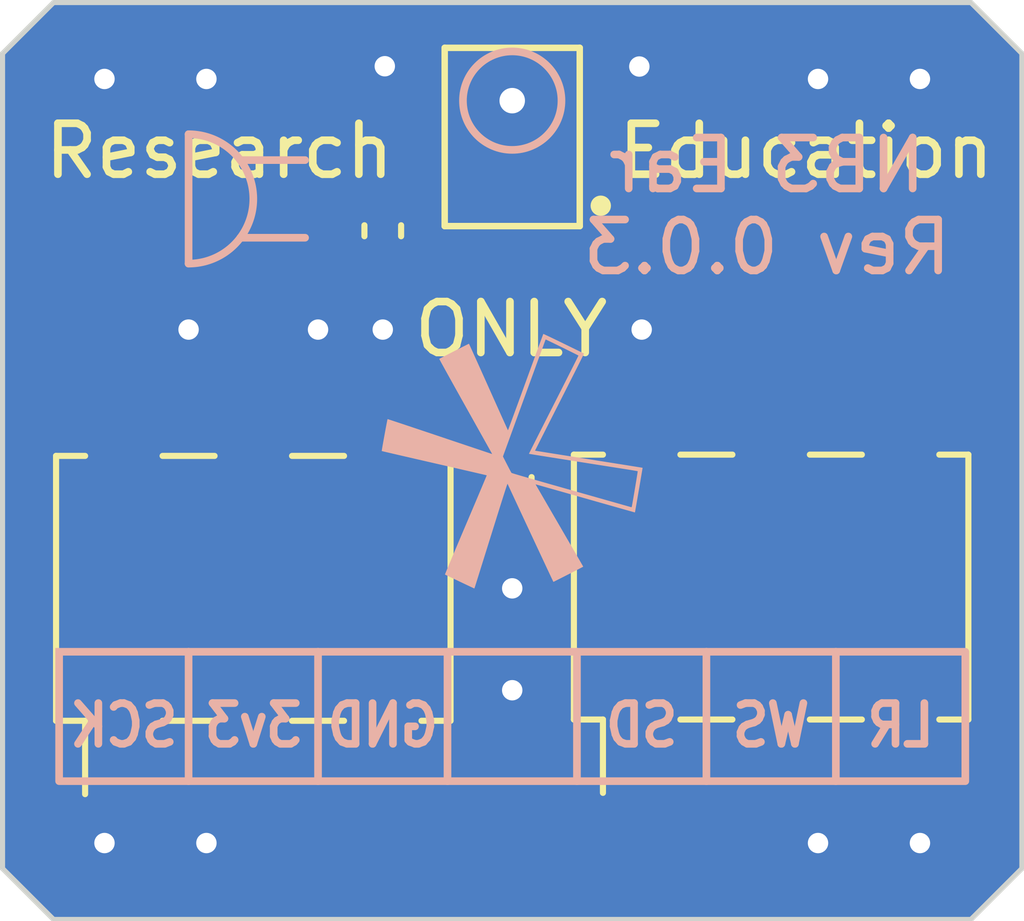
<source format=kicad_pcb>
(kicad_pcb (version 20221018) (generator pcbnew)
  (title_block (title "NB3 Ear") (date "2023-11-29") (rev "0.0.3") (company "Voight-Kampff") (comment 1 "MEMS microphone with I2S interface PCB"))
  (layers (0 "F.Cu" signal) (31 "B.Cu" signal) (34 "B.Paste" user) (35 "F.Paste" user) (36 "B.SilkS" user "B.Silkscreen") (37 "F.SilkS" user "F.Silkscreen") (38 "B.Mask" user) (39 "F.Mask" user) (44 "Edge.Cuts" user))
  (net 0 "")
  (net 1 "+3.3V")
  (net 2 "GND")
  (net 3 "/SCK")
  (net 4 "/SD")
  (net 5 "/WS")
  (net 6 "/LR")
  (footprint "NB3_ear:Mic_ICS-43434" (layer "F.Cu") (at 151.08 100.914 180)
    (fp_text reference "MK1" hide)
    (fp_text value "Mic_ICS-43434" hide)
    (fp_poly (pts (xy -0.01 -0.1) (xy -0.01 0.2) (xy -0.036168 0.200685) (xy -0.062264 0.202739) (xy -0.088217 0.206156) (xy -0.113956 0.210926) (xy -0.13941 0.217037) (xy -0.164508 0.224472) (xy -0.189184 0.23321) (xy -0.213368 0.243227) (xy -0.236995 0.254497) (xy -0.26 0.266987) (xy -0.28232 0.280665) (xy -0.303893 0.295492) (xy -0.32466 0.311427) (xy -0.344565 0.328428) (xy -0.363553 0.346447) (xy -0.381572 0.365435) (xy -0.398573 0.38534) (xy -0.414508 0.406107) (xy -0.429335 0.42768) (xy -0.443013 0.45) (xy -0.455503 0.473005) (xy -0.466773 0.496632) (xy -0.47679 0.520816) (xy -0.485528 0.545492) (xy -0.492963 0.57059) (xy -0.499074 0.596044) (xy -0.503844 0.621783) (xy -0.507261 0.647736) (xy -0.509315 0.673832) (xy -0.51 0.7) (xy -0.51 0.72) (xy -0.509301 0.746691) (xy -0.507206 0.77331) (xy -0.503721 0.799782) (xy -0.498855 0.826035) (xy -0.492622 0.851998) (xy -0.485039 0.877599) (xy -0.476126 0.902768) (xy -0.465908 0.927436) (xy -0.454413 0.951535) (xy -0.441673 0.975) (xy -0.427722 0.997766) (xy -0.412599 1.01977) (xy -0.396344 1.040953) (xy -0.379004 1.061257) (xy -0.360624 1.080624) (xy -0.341257 1.099004) (xy -0.320953 1.116344) (xy -0.29977 1.132599) (xy -0.277766 1.147722) (xy -0.255 1.161673) (xy -0.231535 1.174413) (xy -0.207436 1.185908) (xy -0.182768 1.196126) (xy -0.157599 1.205039) (xy -0.131998 1.212622) (xy -0.106035 1.218855) (xy -0.079782 1.223721) (xy -0.05331 1.227206) (xy -0.026691 1.229301) (xy 0 1.23) (xy 0.01 1.23) (xy 0.036168 1.229315) (xy 0.062264 1.227261) (xy 0.088217 1.223844) (xy 0.113956 1.219074) (xy 0.13941 1.212963) (xy 0.164508 1.205528) (xy 0.189184 1.19679) (xy 0.213368 1.186773) (xy 0.236995 1.175503) (xy 0.26 1.163013) (xy 0.28232 1.149335) (xy 0.303893 1.134508) (xy 0.32466 1.118573) (xy 0.344565 1.101572) (xy 0.363553 1.083553) (xy 0.381572 1.064565) (xy 0.398573 1.04466) (xy 0.414508 1.023893) (xy 0.429335 1.00232) (xy 0.443013 0.98) (xy 0.455503 0.956995) (xy 0.466773 0.933368) (xy 0.47679 0.909184) (xy 0.485528 0.884508) (xy 0.492963 0.85941) (xy 0.499074 0.833956) (xy 0.503844 0.808217) (xy 0.507261 0.782264) (xy 0.509315 0.756168) (xy 0.51 0.73) (xy 0.51 0.7) (xy 0.509315 0.673832) (xy 0.507261 0.647736) (xy 0.503844 0.621783) (xy 0.499074 0.596044) (xy 0.492963 0.57059) (xy 0.485528 0.545492) (xy 0.47679 0.520816) (xy 0.466773 0.496632) (xy 0.455503 0.473005) (xy 0.443013 0.45) (xy 0.429335 0.42768) (xy 0.414508 0.406107) (xy 0.398573 0.38534) (xy 0.381572 0.365435) (xy 0.363553 0.346447) (xy 0.344565 0.328428) (xy 0.32466 0.311427) (xy 0.303893 0.295492) (xy 0.28232 0.280665) (xy 0.26 0.266987) (xy 0.236995 0.254497) (xy 0.213368 0.243227) (xy 0.189184 0.23321) (xy 0.164508 0.224472) (xy 0.13941 0.217037) (xy 0.113956 0.210926) (xy 0.088217 0.206156) (xy 0.062264 0.202739) (xy 0.036168 0.200685) (xy 0.01 0.2) (xy 0.01 -0.1) (xy 0.02 -0.1) (xy 0.061345 -0.098917) (xy 0.102577 -0.095672) (xy 0.143583 -0.090274) (xy 0.18425 -0.082737) (xy 0.224467 -0.073081) (xy 0.264123 -0.061335) (xy 0.303111 -0.047529) (xy 0.341322 -0.031701) (xy 0.378652 -0.013895) (xy 0.415 0.00584) (xy 0.450265 0.02745) (xy 0.48435 0.050877) (xy 0.517163 0.076055) (xy 0.548613 0.102916) (xy 0.578614 0.131386) (xy 0.607084 0.161387) (xy 0.633945 0.192837) (xy 0.659123 0.22565) (xy 0.68255 0.259735) (xy 0.70416 0.295) (xy 0.723895 0.331348) (xy 0.741701 0.368678) (xy 0.757529 0.406889) (xy 0.771335 0.445877) (xy 0.783081 0.485533) (xy 0.792737 0.52575) (xy 0.800274 0.566417) (xy 0.805672 0.607423) (xy 0.808917 0.648655) (xy 0.81 0.69) (xy 0.81 0.72) (xy 0.80889 0.762392) (xy 0.805563 0.804668) (xy 0.800028 0.846712) (xy 0.7923 0.888408) (xy 0.7824 0.929643) (xy 0.770356 0.970304) (xy 0.7562 1.010278) (xy 0.739972 1.049457) (xy 0.721715 1.087732) (xy 0.701481 1.125) (xy 0.679323 1.161158) (xy 0.655304 1.196106) (xy 0.629488 1.22975) (xy 0.601947 1.261996) (xy 0.572756 1.292756) (xy 0.541996 1.321947) (xy 0.50975 1.349488) (xy 0.476106 1.375304) (xy 0.441158 1.399323) (xy 0.405 1.421481) (xy 0.367732 1.441715) (xy 0.329457 1.459972) (xy 0.290278 1.4762) (xy 0.250304 1.490356) (xy 0.209643 1.5024) (xy 0.168408 1.5123) (xy 0.126712 1.520028) (xy 0.084668 1.525563) (xy 0.042392 1.52889) (xy 0 1.53) (xy -0.01 1.53) (xy -0.051869 1.528904) (xy -0.093623 1.525618) (xy -0.135148 1.520151) (xy -0.176329 1.512518) (xy -0.217055 1.502741) (xy -0.257214 1.490845) (xy -0.296694 1.476864) (xy -0.335389 1.460836) (xy -0.373192 1.442805) (xy -0.41 1.42282) (xy -0.445711 1.400936) (xy -0.480228 1.377214) (xy -0.513456 1.351717) (xy -0.545304 1.324516) (xy -0.575685 1.295685) (xy -0.604516 1.265304) (xy -0.631717 1.233456) (xy -0.657214 1.200228) (xy -0.680936 1.165711) (xy -0.70282 1.13) (xy -0.722805 1.093192) (xy -0.740836 1.055389) (xy -0.756864 1.016694) (xy -0.770845 0.977214) (xy -0.782741 0.937055) (xy -0.792518 0.896329) (xy -0.800151 0.855148) (xy -0.805618 0.813623) (xy -0.808904 0.771869) (xy -0.81 0.73) (xy -0.81 0.7) (xy -0.808904 0.658131) (xy -0.805618 0.616377) (xy -0.800151 0.574852) (xy -0.792518 0.533671) (xy -0.782741 0.492945) (xy -0.770845 0.452786) (xy -0.756864 0.413306) (xy -0.740836 0.374611) (xy -0.722805 0.336808) (xy -0.70282 0.3) (xy -0.680936 0.264289) (xy -0.657214 0.229772) (xy -0.631717 0.196544) (xy -0.604516 0.164696) (xy -0.575685 0.134315) (xy -0.545304 0.105484) (xy -0.513456 0.078283) (xy -0.480228 0.052786) (xy -0.445711 0.029064) (xy -0.41 0.00718) (xy -0.373192 -0.012805) (xy -0.335389 -0.030836) (xy -0.296694 -0.046864) (xy -0.257214 -0.060845) (xy -0.217055 -0.072741) (xy -0.176329 -0.082518) (xy -0.135148 -0.090151) (xy -0.093623 -0.095618) (xy -0.051869 -0.098904) (xy -0.01 -0.1)) (stroke (width 0.001)) (fill solid) (layer "F.Cu"))
    (fp_line (start -1.325 -1.75) (end -1.325 1.75) (stroke (width 0.127)) (layer "F.SilkS"))
    (fp_line (start -1.325 1.75) (end 1.325 1.75) (stroke (width 0.127)) (layer "F.SilkS"))
    (fp_line (start 1.325 -1.75) (end -1.325 -1.75) (stroke (width 0.127)) (layer "F.SilkS"))
    (fp_line (start 1.325 1.75) (end 1.325 -1.75) (stroke (width 0.127)) (layer "F.SilkS"))
    (fp_circle (center -1.7375 -1.35) (end -1.6375 -1.35) (stroke (width 0.2)) (fill none) (layer "F.SilkS"))
    (pad "" np_thru_hole circle (at 0 0.713 180) (size 0.5 0.5) (drill 0.5) (layers "*.Cu" "*.Mask"))
    (pad "1" smd rect (at -0.9 -1.361 180) (size 0.6 0.522) (layers "F.Cu" "F.Mask") (net 5 "/WS"))
    (pad "2" smd rect (at -0.9 -0.539 180) (size 0.6 0.522) (layers "F.Cu" "F.Mask") (net 6 "/LR"))
    (pad "4" smd rect (at 0.9 -0.539 180) (size 0.6 0.522) (layers "F.Cu" "F.Mask") (net 3 "/SCK"))
    (pad "5" smd rect (at 0.9 -1.361 180) (size 0.6 0.522) (layers "F.Cu" "F.Mask") (net 1 "+3.3V"))
    (pad "6" smd rect (at 0 -1.361 180) (size 0.6 0.522) (layers "F.Cu" "F.Mask") (net 4 "/SD"))
  )
  (footprint "Capacitor_SMD:C_0402_1005Metric" (layer "F.Cu") (at 148.54 102.755 -90)
    (fp_text reference "C1" hide)
    (fp_text value "0.1 uF" hide)
    (fp_line (start -0.107836 -0.36) (end 0.107836 -0.36) (stroke (width 0.12)) (layer "F.SilkS"))
    (fp_line (start -0.107836 0.36) (end 0.107836 0.36) (stroke (width 0.12)) (layer "F.SilkS"))
    (pad "1" smd roundrect (at -0.48 0 270) (size 0.56 0.62) (layers "F.Cu" "F.Paste" "F.Mask") (net 1 "+3.3V"))
    (pad "2" smd roundrect (at 0.48 0 270) (size 0.56 0.62) (layers "F.Cu" "F.Paste" "F.Mask") (net 2 "GND"))
  )
  (footprint "Resistor_SMD:R_0402_1005Metric" (layer "F.Cu") (at 151.08 107.745 90)
    (fp_text reference "R1" hide)
    (fp_text value "100k" hide)
    (fp_line (start -0.153641 -0.38) (end 0.153641 -0.38) (stroke (width 0.12)) (layer "F.SilkS"))
    (fp_line (start -0.153641 0.38) (end 0.153641 0.38) (stroke (width 0.12)) (layer "F.SilkS"))
    (pad "1" smd roundrect (at -0.51 0 90) (size 0.54 0.64) (layers "F.Cu" "F.Paste" "F.Mask") (net 2 "GND"))
    (pad "2" smd roundrect (at 0.51 0 90) (size 0.54 0.64) (layers "F.Cu" "F.Paste" "F.Mask") (net 4 "/SD"))
  )
  (footprint "Connector_PinHeader_2.54mm:PinHeader_2x03_P2.54mm_Vertical_SMD" (layer "F.Cu") (at 156.16 109.75 90)
    (fp_text reference "J2" hide)
    (fp_text value "Conn_02x03_Odd_Even" hide)
    (fp_line (start -4.04 -3.3) (end -2.6 -3.3) (stroke (width 0.12)) (layer "F.SilkS"))
    (fp_line (start -2.6 -3.87) (end -2.6 -3.3) (stroke (width 0.12)) (layer "F.SilkS"))
    (fp_line (start -2.6 -3.87) (end 2.6 -3.87) (stroke (width 0.12)) (layer "F.SilkS"))
    (fp_line (start -2.6 -1.78) (end -2.6 -0.76) (stroke (width 0.12)) (layer "F.SilkS"))
    (fp_line (start -2.6 0.76) (end -2.6 1.78) (stroke (width 0.12)) (layer "F.SilkS"))
    (fp_line (start -2.6 3.3) (end -2.6 3.87) (stroke (width 0.12)) (layer "F.SilkS"))
    (fp_line (start -2.6 3.87) (end 2.6 3.87) (stroke (width 0.12)) (layer "F.SilkS"))
    (fp_line (start 2.6 -3.87) (end 2.6 -3.3) (stroke (width 0.12)) (layer "F.SilkS"))
    (fp_line (start 2.6 -1.78) (end 2.6 -0.76) (stroke (width 0.12)) (layer "F.SilkS"))
    (fp_line (start 2.6 0.76) (end 2.6 1.78) (stroke (width 0.12)) (layer "F.SilkS"))
    (fp_line (start 2.6 3.3) (end 2.6 3.87) (stroke (width 0.12)) (layer "F.SilkS"))
    (pad "1" smd rect (at -2.525 -2.54 90) (size 3.15 1) (layers "F.Cu" "F.Paste" "F.Mask") (net 4 "/SD"))
    (pad "2" smd rect (at 2.525 -2.54 90) (size 3.15 1) (layers "F.Cu" "F.Paste" "F.Mask") (net 4 "/SD"))
    (pad "3" smd rect (at -2.525 0 90) (size 3.15 1) (layers "F.Cu" "F.Paste" "F.Mask") (net 5 "/WS"))
    (pad "4" smd rect (at 2.525 0 90) (size 3.15 1) (layers "F.Cu" "F.Paste" "F.Mask") (net 5 "/WS"))
    (pad "5" smd rect (at -2.525 2.54 90) (size 3.15 1) (layers "F.Cu" "F.Paste" "F.Mask") (net 6 "/LR"))
    (pad "6" smd rect (at 2.525 2.54 90) (size 3.15 1) (layers "F.Cu" "F.Paste" "F.Mask") (net 6 "/LR"))
  )
  (footprint "Connector_PinHeader_2.54mm:PinHeader_2x03_P2.54mm_Vertical_SMD" (layer "F.Cu") (at 146 109.775 90)
    (fp_text reference "J1" hide)
    (fp_text value "Conn_02x03_Odd_Even" hide)
    (fp_line (start -4.04 -3.3) (end -2.6 -3.3) (stroke (width 0.12)) (layer "F.SilkS"))
    (fp_line (start -2.6 -3.87) (end -2.6 -3.3) (stroke (width 0.12)) (layer "F.SilkS"))
    (fp_line (start -2.6 -3.87) (end 2.6 -3.87) (stroke (width 0.12)) (layer "F.SilkS"))
    (fp_line (start -2.6 -1.78) (end -2.6 -0.76) (stroke (width 0.12)) (layer "F.SilkS"))
    (fp_line (start -2.6 0.76) (end -2.6 1.78) (stroke (width 0.12)) (layer "F.SilkS"))
    (fp_line (start -2.6 3.3) (end -2.6 3.87) (stroke (width 0.12)) (layer "F.SilkS"))
    (fp_line (start -2.6 3.87) (end 2.6 3.87) (stroke (width 0.12)) (layer "F.SilkS"))
    (fp_line (start 2.6 -3.87) (end 2.6 -3.3) (stroke (width 0.12)) (layer "F.SilkS"))
    (fp_line (start 2.6 -1.78) (end 2.6 -0.76) (stroke (width 0.12)) (layer "F.SilkS"))
    (fp_line (start 2.6 0.76) (end 2.6 1.78) (stroke (width 0.12)) (layer "F.SilkS"))
    (fp_line (start 2.6 3.3) (end 2.6 3.87) (stroke (width 0.12)) (layer "F.SilkS"))
    (pad "1" smd rect (at -2.525 -2.54 90) (size 3.15 1) (layers "F.Cu" "F.Paste" "F.Mask") (net 3 "/SCK"))
    (pad "2" smd rect (at 2.525 -2.54 90) (size 3.15 1) (layers "F.Cu" "F.Paste" "F.Mask") (net 3 "/SCK"))
    (pad "3" smd rect (at -2.525 0 90) (size 3.15 1) (layers "F.Cu" "F.Paste" "F.Mask") (net 1 "+3.3V"))
    (pad "4" smd rect (at 2.525 0 90) (size 3.15 1) (layers "F.Cu" "F.Paste" "F.Mask") (net 1 "+3.3V"))
    (pad "5" smd rect (at -2.525 2.54 90) (size 3.15 1) (layers "F.Cu" "F.Paste" "F.Mask") (net 2 "GND"))
    (pad "6" smd rect (at 2.525 2.54 90) (size 3.15 1) (layers "F.Cu" "F.Paste" "F.Mask") (net 2 "GND"))
  )
  (footprint "NB3_ear:Logo_VK_5mm" (layer "B.Cu") (at 151.08 107.275 180)
    (fp_text reference "G***" hide)
    (fp_text value "LOGO" hide)
    (fp_poly (pts (xy -0.608358 2.490005) (xy -0.603434 2.476985) (xy -0.595619 2.456006) (xy -0.58506 2.427472) (xy -0.571905 2.391783) (xy -0.556299 2.34934) (xy -0.53839 2.300545) (xy -0.518325 2.245799) (xy -0.496251 2.185503) (xy -0.472315 2.120059) (xy -0.446664 2.049868) (xy -0.419444 1.975332) (xy -0.390802 1.896851) (xy -0.360886 1.814827) (xy -0.329842 1.729662) (xy -0.297818 1.641756) (xy -0.26496 1.551511) (xy -0.263079 1.546345) (xy -0.230199 1.456056) (xy -0.198147 1.368128) (xy -0.167069 1.282959) (xy -0.137112 1.200948) (xy -0.108424 1.122494) (xy -0.081149 1.047993) (xy -0.055435 0.977845) (xy -0.031428 0.912449) (xy -0.009275 0.852202) (xy 0.010879 0.797503) (xy 0.028885 0.74875) (xy 0.044599 0.706342) (xy 0.057873 0.670677) (xy 0.068561 0.642153) (xy 0.076516 0.621169) (xy 0.081593 0.608123) (xy 0.083644 0.603413) (xy 0.083669 0.603405) (xy 0.08583 0.607772) (xy 0.091611 0.620245) (xy 0.10083 0.640418) (xy 0.113306 0.667889) (xy 0.128856 0.702251) (xy 0.147299 0.743101) (xy 0.168452 0.790035) (xy 0.192134 0.842646) (xy 0.218163 0.900532) (xy 0.246356 0.963287) (xy 0.276533 1.030507) (xy 0.30851 1.101787) (xy 0.342105 1.176723) (xy 0.377138 1.254911) (xy 0.413426 1.335945) (xy 0.450787 1.419421) (xy 0.466144 1.453749) (xy 0.503882 1.538074) (xy 0.540625 1.620104) (xy 0.576191 1.699436) (xy 0.610397 1.775665) (xy 0.643062 1.84839) (xy 0.674004 1.917206) (xy 0.70304 1.981709) (xy 0.729988 2.041497) (xy 0.754667 2.096165) (xy 0.776895 2.145311) (xy 0.796488 2.18853) (xy 0.813266 2.22542) (xy 0.827046 2.255577) (xy 0.837647 2.278597) (xy 0.844885 2.294076) (xy 0.848579 2.301612) (xy 0.849026 2.302312) (xy 0.853668 2.30025) (xy 0.865782 2.294341) (xy 0.884553 2.285002) (xy 0.909165 2.272649) (xy 0.938801 2.257699) (xy 0.972646 2.240569) (xy 1.009882 2.221676) (xy 1.049695 2.201435) (xy 1.091268 2.180264) (xy 1.133785 2.158579) (xy 1.17643 2.136797) (xy 1.218387 2.115335) (xy 1.258839 2.094609) (xy 1.296971 2.075035) (xy 1.331967 2.057031) (xy 1.363009 2.041013) (xy 1.389283 2.027398) (xy 1.409972 2.016602) (xy 1.42426 2.009042) (xy 1.431332 2.005135) (xy 1.43193 2.004731) (xy 1.43001 2.000403) (xy 1.423732 1.988305) (xy 1.413297 1.968799) (xy 1.398904 1.942246) (xy 1.380752 1.909008) (xy 1.359043 1.869444) (xy 1.333976 1.823918) (xy 1.305751 1.772789) (xy 1.274568 1.71642) (xy 1.240627 1.655172) (xy 1.204127 1.589405) (xy 1.16527 1.519481) (xy 1.124254 1.445762) (xy 1.08128 1.368609) (xy 1.036547 1.288382) (xy 0.990256 1.205443) (xy 0.942607 1.120154) (xy 0.914223 1.069388) (xy 0.865864 0.982912) (xy 0.81872 0.898597) (xy 0.772993 0.816805) (xy 0.728884 0.737894) (xy 0.686594 0.662225) (xy 0.646323 0.590158) (xy 0.608274 0.522054) (xy 0.572647 0.458272) (xy 0.539643 0.399172) (xy 0.509464 0.345115) (xy 0.48231 0.296461) (xy 0.458383 0.25357) (xy 0.437883 0.216801) (xy 0.421013 0.186516) (xy 0.407972 0.163074) (xy 0.398962 0.146836) (xy 0.394184 0.138161) (xy 0.393431 0.136737) (xy 0.397819 0.138132) (xy 0.410653 0.14237) (xy 0.431544 0.14932) (xy 0.460104 0.158854) (xy 0.495945 0.170839) (xy 0.538677 0.185146) (xy 0.587912 0.201644) (xy 0.643263 0.220203) (xy 0.70434 0.240693) (xy 0.770755 0.262983) (xy 0.84212 0.286943) (xy 0.918045 0.312443) (xy 0.998144 0.339352) (xy 1.082027 0.36754) (xy 1.169305 0.396877) (xy 1.259591 0.427232) (xy 1.352496 0.458475) (xy 1.418518 0.480683) (xy 1.513041 0.512464) (xy 1.605232 0.543433) (xy 1.694702 0.57346) (xy 1.781063 0.602415) (xy 1.863923 0.630168) (xy 1.942895 0.65659) (xy 2.017588 0.681551) (xy 2.087614 0.704921) (xy 2.152581 0.726571) (xy 2.212102 0.74637) (xy 2.265787 0.76419) (xy 2.313246 0.7799) (xy 2.354089 0.793371) (xy 2.387928 0.804472) (xy 2.414373 0.813076) (xy 2.433033 0.81905) (xy 2.443521 0.822267) (xy 2.44579 0.82281) (xy 2.447351 0.817607) (xy 2.450348 0.804185) (xy 2.454613 0.783454) (xy 2.45998 0.756326) (xy 2.466283 0.723712) (xy 2.473357 0.686522) (xy 2.481034 0.645669) (xy 2.489149 0.602063) (xy 2.497536 0.556615) (xy 2.506028 0.510236) (xy 2.514459 0.463838) (xy 2.522664 0.418332) (xy 2.530475 0.374629) (xy 2.537727 0.333639) (xy 2.544254 0.296275) (xy 2.54989 0.263447) (xy 2.554467 0.236067) (xy 2.557821 0.215045) (xy 2.559785 0.201294) (xy 2.560193 0.195723) (xy 2.560157 0.195661) (xy 2.555318 0.1943) (xy 2.541799 0.190955) (xy 2.520007 0.185722) (xy 2.490348 0.178694) (xy 2.453229 0.169965) (xy 2.409056 0.15963) (xy 2.358237 0.147784) (xy 2.301178 0.134519) (xy 2.238285 0.119932) (xy 2.169965 0.104115) (xy 2.096625 0.087164) (xy 2.018671 0.069172) (xy 1.93651 0.050234) (xy 1.850549 0.030444) (xy 1.761195 0.009897) (xy 1.668853 -0.011314) (xy 1.573931 -0.033095) (xy 1.529555 -0.043269) (xy 1.433603 -0.065271) (xy 1.340055 -0.08674) (xy 1.249315 -0.107581) (xy 1.161791 -0.127701) (xy 1.077888 -0.147005) (xy 0.998012 -0.1654) (xy 0.922568 -0.182792) (xy 0.851964 -0.199087) (xy 0.786605 -0.214191) (xy 0.726897 -0.22801) (xy 0.673246 -0.240451) (xy 0.626057 -0.25142) (xy 0.585738 -0.260822) (xy 0.552693 -0.268565) (xy 0.527329 -0.274553) (xy 0.510052 -0.278694) (xy 0.501268 -0.280894) (xy 0.50019 -0.281228) (xy 0.501744 -0.285698) (xy 0.506791 -0.29836) (xy 0.51517 -0.318831) (xy 0.526719 -0.346728) (xy 0.541277 -0.381669) (xy 0.558683 -0.423271) (xy 0.578774 -0.47115) (xy 0.601391 -0.524924) (xy 0.626371 -0.58421) (xy 0.653553 -0.648626) (xy 0.682776 -0.717787) (xy 0.713878 -0.791313) (xy 0.746698 -0.868819) (xy 0.781075 -0.949922) (xy 0.816847 -1.034241) (xy 0.853852 -1.121392) (xy 0.89193 -1.210992) (xy 0.910446 -1.254534) (xy 0.948977 -1.345175) (xy 0.986507 -1.433554) (xy 1.022874 -1.519289) (xy 1.057917 -1.601997) (xy 1.091474 -1.681294) (xy 1.123386 -1.756797) (xy 1.15349 -1.828124) (xy 1.181627 -1.89489) (xy 1.207633 -1.956714) (xy 1.231349 -2.013211) (xy 1.252614 -2.063999) (xy 1.271266 -2.108694) (xy 1.287144 -2.146913) (xy 1.300087 -2.178274) (xy 1.309934 -2.202393) (xy 1.316524 -2.218887) (xy 1.319696 -2.227372) (xy 1.319958 -2.228487) (xy 1.315372 -2.230914) (xy 1.303214 -2.236916) (xy 1.284319 -2.246097) (xy 1.259526 -2.258058) (xy 1.22967 -2.272401) (xy 1.19559 -2.288728) (xy 1.158121 -2.30664) (xy 1.118101 -2.325741) (xy 1.076367 -2.345631) (xy 1.033756 -2.365913) (xy 0.991104 -2.386188) (xy 0.949248 -2.406059) (xy 0.909025 -2.425127) (xy 0.871273 -2.442995) (xy 0.836828 -2.459264) (xy 0.806527 -2.473537) (xy 0.781207 -2.485414) (xy 0.761705 -2.494499) (xy 0.748857 -2.500393) (xy 0.743501 -2.502697) (xy 0.743413 -2.502715) (xy 0.741321 -2.498538) (xy 0.737073 -2.487119) (xy 0.731255 -2.470122) (xy 0.724454 -2.449214) (xy 0.723316 -2.445623) (xy 0.720208 -2.435736) (xy 0.714456 -2.417386) (xy 0.706196 -2.391008) (xy 0.695564 -2.357034) (xy 0.682696 -2.315901) (xy 0.667726 -2.268041) (xy 0.650792 -2.213889) (xy 0.632028 -2.15388) (xy 0.611571 -2.088446) (xy 0.589556 -2.018023) (xy 0.566118 -1.943045) (xy 0.541395 -1.863946) (xy 0.51552 -1.781159) (xy 0.488631 -1.69512) (xy 0.460863 -1.606262) (xy 0.432351 -1.51502) (xy 0.403232 -1.421827) (xy 0.400485 -1.413037) (xy 0.365485 -1.30105) (xy 0.333146 -1.197652) (xy 0.30337 -1.102529) (xy 0.276055 -1.015369) (xy 0.251101 -0.935859) (xy 0.228407 -0.863684) (xy 0.207873 -0.798533) (xy 0.189398 -0.740091) (xy 0.172883 -0.688045) (xy 0.158225 -0.642083) (xy 0.145326 -0.60189) (xy 0.134084 -0.567155) (xy 0.124398 -0.537562) (xy 0.11617 -0.5128) (xy 0.109297 -0.492556) (xy 0.103679 -0.476515) (xy 0.099217 -0.464364) (xy 0.095808 -0.455791) (xy 0.093354 -0.450482) (xy 0.091753 -0.448124) (xy 0.090954 -0.448277) (xy 0.085542 -0.460305) (xy 0.076596 -0.479876) (xy 0.064329 -0.506533) (xy 0.048954 -0.539821) (xy 0.030685 -0.579283) (xy 0.009735 -0.624461) (xy -0.013684 -0.674899) (xy -0.039356 -0.730141) (xy -0.067071 -0.78973) (xy -0.096613 -0.85321) (xy -0.127771 -0.920122) (xy -0.16033 -0.990012) (xy -0.194077 -1.062422) (xy -0.2288 -1.136895) (xy -0.264285 -1.212975) (xy -0.300318 -1.290206) (xy -0.336687 -1.36813) (xy -0.373179 -1.446291) (xy -0.409579 -1.524232) (xy -0.445675 -1.601497) (xy -0.481254 -1.677628) (xy -0.516102 -1.75217) (xy -0.550006 -1.824666) (xy -0.582753 -1.894658) (xy -0.61413 -1.961691) (xy -0.643923 -2.025308) (xy -0.671919 -2.085051) (xy -0.697905 -2.140464) (xy -0.721667 -2.191092) (xy -0.742993 -2.236476) (xy -0.761669 -2.27616) (xy -0.777483 -2.309688) (xy -0.790219 -2.336603) (xy -0.799667 -2.356449) (xy -0.805611 -2.368768) (xy -0.807839 -2.373103) (xy -0.807845 -2.373106) (xy -0.812637 -2.371045) (xy -0.824858 -2.365152) (xy -0.843698 -2.355839) (xy -0.868349 -2.343519) (xy -0.898001 -2.328606) (xy -0.931844 -2.311512) (xy -0.969071 -2.292652) (xy -1.00887 -2.272437) (xy -1.050434 -2.251282) (xy -1.092953 -2.2296) (xy -1.135617 -2.207804) (xy -1.177618 -2.186307) (xy -1.218146 -2.165522) (xy -1.256391 -2.145863) (xy -1.291546 -2.127742) (xy -1.322799 -2.111574) (xy -1.349343 -2.097771) (xy -1.370367 -2.086746) (xy -1.385064 -2.078913) (xy -1.392622 -2.074685) (xy -1.393479 -2.074065) (xy -1.391174 -2.069853) (xy -1.384409 -2.057962) (xy -1.373407 -2.038777) (xy -1.35839 -2.01268) (xy -1.339579 -1.980054) (xy -1.317196 -1.941283) (xy -1.291462 -1.896749) (xy -1.262598 -1.846836) (xy -1.230827 -1.791926) (xy -1.196371 -1.732404) (xy -1.15945 -1.66865) (xy -1.120286 -1.60105) (xy -1.079101 -1.529985) (xy -1.036117 -1.455839) (xy -0.991554 -1.378996) (xy -0.945636 -1.299837) (xy -0.92562 -1.265339) (xy -0.879202 -1.185331) (xy -0.834052 -1.107487) (xy -0.790391 -1.032191) (xy -0.74844 -0.959825) (xy -0.708421 -0.890769) (xy -0.670554 -0.825407) (xy -0.635061 -0.764121) (xy -0.602162 -0.707292) (xy -0.572079 -0.655303) (xy -0.545033 -0.608536) (xy -0.521245 -0.567372) (xy -0.500936 -0.532195) (xy -0.484327 -0.503385) (xy -0.47164 -0.481325) (xy -0.463095 -0.466397) (xy -0.458913 -0.458983) (xy -0.458512 -0.4582) (xy -0.462997 -0.459373) (xy -0.476039 -0.46298) (xy -0.497232 -0.468907) (xy -0.526168 -0.477037) (xy -0.562439 -0.487256) (xy -0.605637 -0.499448) (xy -0.655356 -0.513498) (xy -0.711186 -0.52929) (xy -0.772722 -0.546709) (xy -0.839555 -0.56564) (xy -0.911277 -0.585966) (xy -0.987481 -0.607574) (xy -1.06776 -0.630347) (xy -1.151705 -0.65417) (xy -1.23891 -0.678928) (xy -1.328966 -0.704505) (xy -1.421467 -0.730786) (xy -1.433072 -0.734084) (xy -1.525849 -0.760444) (xy -1.616234 -0.786115) (xy -1.703818 -0.810979) (xy -1.788196 -0.834923) (xy -1.868958 -0.857831) (xy -1.945697 -0.879588) (xy -2.018006 -0.900077) (xy -2.085476 -0.919184) (xy -2.1477 -0.936794) (xy -2.204271 -0.95279) (xy -2.254781 -0.967059) (xy -2.298821 -0.979483) (xy -2.335985 -0.989948) (xy -2.365864 -0.998339) (xy -2.388051 -1.00454) (xy -2.402139 -1.008436) (xy -2.407719 -1.009911) (xy -2.407798 -1.00992) (xy -2.408824 -1.005184) (xy -2.411271 -0.992041) (xy -2.415008 -0.971262) (xy -2.419903 -0.943616) (xy -2.425825 -0.909871) (xy -2.43264 -0.870797) (xy -2.440219 -0.827164) (xy -2.448428 -0.77974) (xy -2.457136 -0.729295) (xy -2.466211 -0.676598) (xy -2.475521 -0.622419) (xy -2.484935 -0.567527) (xy -2.494321 -0.512691) (xy -2.503546 -0.458681) (xy -2.512479 -0.406265) (xy -2.520989 -0.356214) (xy -2.528943 -0.309296) (xy -2.536209 -0.26628) (xy -2.542656 -0.227937) (xy -2.54723 -0.200555) (xy -2.462309 -0.200555) (xy -2.461977 -0.205385) (xy -2.460205 -0.218538) (xy -2.457138 -0.239149) (xy -2.452921 -0.266354) (xy -2.447697 -0.299291) (xy -2.441611 -0.337095) (xy -2.434808 -0.378902) (xy -2.427431 -0.42385) (xy -2.419625 -0.471075) (xy -2.411534 -0.519712) (xy -2.403303 -0.568899) (xy -2.395075 -0.617772) (xy -2.386996 -0.665466) (xy -2.379209 -0.711119) (xy -2.371859 -0.753867) (xy -2.36509 -0.792846) (xy -2.359046 -0.827192) (xy -2.353872 -0.856043) (xy -2.349712 -0.878533) (xy -2.34671 -0.8938) (xy -2.345687 -0.898463) (xy -2.341095 -0.906452) (xy -2.33556 -0.906831) (xy -2.330469 -0.905377) (xy -2.316786 -0.901484) (xy -2.294886 -0.895259) (xy -2.265145 -0.886809) (xy -2.227939 -0.876239) (xy -2.183641 -0.863656) (xy -2.132628 -0.849168) (xy -2.075275 -0.83288) (xy -2.011956 -0.814899) (xy -1.943048 -0.795331) (xy -1.868925 -0.774284) (xy -1.789962 -0.751864) (xy -1.706535 -0.728176) (xy -1.619019 -0.703329) (xy -1.527789 -0.677427) (xy -1.433221 -0.650579) (xy -1.335689 -0.62289) (xy -1.235569 -0.594467) (xy -1.160477 -0.57315) (xy -1.028096 -0.535553) (xy -0.904521 -0.500421) (xy -0.789581 -0.467706) (xy -0.683107 -0.437359) (xy -0.584928 -0.409329) (xy -0.494875 -0.383568) (xy -0.412778 -0.360027) (xy -0.338466 -0.338657) (xy -0.27177 -0.319408) (xy -0.21252 -0.30223) (xy -0.160546 -0.287076) (xy -0.115678 -0.273896) (xy -0.077746 -0.26264) (xy -0.04658 -0.253259) (xy -0.022009 -0.245705) (xy -0.003865 -0.239927) (xy 0.008022 -0.235877) (xy 0.013824 -0.233506) (xy 0.014432 -0.233084) (xy 0.018187 -0.227077) (xy 0.025642 -0.213731) (xy 0.03628 -0.194023) (xy 0.049586 -0.168926) (xy 0.065042 -0.139415) (xy 0.082132 -0.106465) (xy 0.10034 -0.071051) (xy 0.101945 -0.067914) (xy 0.182018 0.088611) (xy -0.235815 1.236241) (xy -0.272106 1.335911) (xy -0.307569 1.433285) (xy -0.342071 1.528) (xy -0.37548 1.619692) (xy -0.407663 1.708001) (xy -0.438487 1.792561) (xy -0.46782 1.87301) (xy -0.495529 1.948985) (xy -0.521483 2.020124) (xy -0.545548 2.086062) (xy -0.567592 2.146438) (xy -0.587483 2.200888) (xy -0.605089 2.249048) (xy -0.620275 2.290557) (xy -0.632911 2.325051) (xy -0.642864 2.352166) (xy -0.650001 2.371541) (xy -0.654189 2.382812) (xy -0.655329 2.385751) (xy -0.659758 2.38417) (xy -0.671751 2.378816) (xy -0.690526 2.370073) (xy -0.715303 2.358324) (xy -0.745303 2.343953) (xy -0.779744 2.327342) (xy -0.817846 2.308874) (xy -0.858829 2.288934) (xy -0.901913 2.267904) (xy -0.946317 2.246167) (xy -0.991261 2.224107) (xy -1.035965 2.202107) (xy -1.079647 2.18055) (xy -1.121529 2.159819) (xy -1.160828 2.140298) (xy -1.196766 2.12237) (xy -1.228562 2.106418) (xy -1.255434 2.092825) (xy -1.276604 2.081975) (xy -1.29129 2.07425) (xy -1.298713 2.070034) (xy -1.299473 2.069416) (xy -1.297543 2.064866) (xy -1.291571 2.052378) (xy -1.281742 2.032318) (xy -1.268241 2.005056) (xy -1.251256 1.970959) (xy -1.23097 1.930396) (xy -1.207569 1.883735) (xy -1.181239 1.831344) (xy -1.152165 1.773591) (xy -1.120532 1.710844) (xy -1.086527 1.643473) (xy -1.050334 1.571844) (xy -1.012139 1.496326) (xy -0.972127 1.417287) (xy -0.930484 1.335096) (xy -0.887396 1.250121) (xy -0.843047 1.162729) (xy -0.813281 1.104114) (xy -0.76822 1.015366) (xy -0.724304 0.928812) (xy -0.681718 0.844816) (xy -0.640647 0.763747) (xy -0.601276 0.685971) (xy -0.56379 0.611856) (xy -0.528374 0.541767) (xy -0.495213 0.476074) (xy -0.464492 0.415141) (xy -0.436395 0.359337) (xy -0.411108 0.309029) (xy -0.388817 0.264582) (xy -0.369704 0.226366) (xy -0.353957 0.194745) (xy -0.341759 0.170088) (xy -0.333296 0.152762) (xy -0.328752 0.143133) (xy -0.32799 0.141172) (xy -0.332771 0.140214) (xy -0.346349 0.137872) (xy -0.368312 0.134213) (xy -0.39825 0.129301) (xy -0.435751 0.123203) (xy -0.480405 0.115983) (xy -0.5318 0.107707) (xy -0.589525 0.09844) (xy -0.653169 0.088248) (xy -0.722321 0.077196) (xy -0.796569 0.065349) (xy -0.875504 0.052774) (xy -0.958713 0.039534) (xy -1.045785 0.025696) (xy -1.13631 0.011325) (xy -1.229876 -0.003514) (xy -1.326072 -0.018756) (xy -1.424488 -0.034334) (xy -1.524711 -0.050183) (xy -1.626331 -0.066239) (xy -1.728936 -0.082436) (xy -1.832117 -0.098708) (xy -1.93546 -0.11499) (xy -2.038557 -0.131217) (xy -2.140994 -0.147323) (xy -2.230074 -0.161314) (xy -2.27512 -0.16844) (xy -2.317372 -0.17523) (xy -2.355934 -0.181531) (xy -2.389911 -0.187193) (xy -2.418407 -0.192065) (xy -2.440527 -0.195994) (xy -2.455374 -0.19883) (xy -2.462054 -0.200422) (xy -2.462309 -0.200555) (xy -2.54723 -0.200555) (xy -2.548152 -0.195035) (xy -2.552565 -0.168343) (xy -2.555764 -0.148631) (xy -2.557616 -0.136669) (xy -2.55803 -0.133165) (xy -2.553333 -0.132305) (xy -2.539837 -0.130058) (xy -2.517951 -0.126489) (xy -2.488082 -0.121662) (xy -2.45064 -0.115644) (xy -2.406032 -0.108499) (xy -2.354667 -0.100292) (xy -2.296953 -0.091087) (xy -2.233298 -0.080951) (xy -2.164112 -0.069947) (xy -2.089802 -0.058142) (xy -2.010777 -0.045599) (xy -1.927444 -0.032385) (xy -1.840214 -0.018563) (xy -1.749492 -0.0042) (xy -1.655689 0.010641) (xy -1.559213 0.025893) (xy -1.503037 0.03477) (xy -1.405217 0.050229) (xy -1.309838 0.065314) (xy -1.217308 0.07996) (xy -1.128035 0.094102) (xy -1.042428 0.107675) (xy -0.960895 0.120613) (xy -0.883845 0.132852) (xy -0.811685 0.144328) (xy -0.744824 0.154973) (xy -0.683671 0.164725) (xy -0.628633 0.173517) (xy -0.580119 0.181284) (xy -0.538538 0.187962) (xy -0.504297 0.193486) (xy -0.477805 0.19779) (xy -0.459471 0.200809) (xy -0.449702 0.202479) (xy -0.448122 0.202802) (xy -0.45005 0.207049) (xy -0.456017 0.219236) (xy -0.465837 0.238995) (xy -0.479323 0.265957) (xy -0.496291 0.299755) (xy -0.516553 0.340021) (xy -0.539924 0.386385) (xy -0.566217 0.43848) (xy -0.595247 0.495938) (xy -0.626827 0.55839) (xy -0.660771 0.625468) (xy -0.696893 0.696804) (xy -0.735007 0.772029) (xy -0.774927 0.850775) (xy -0.816467 0.932675) (xy -0.859441 1.017359) (xy -0.903662 1.10446) (xy -0.930054 1.156424) (xy -0.974902 1.244756) (xy -1.01859 1.330885) (xy -1.060933 1.414444) (xy -1.101746 1.495065) (xy -1.140844 1.572381) (xy -1.178041 1.646022) (xy -1.213154 1.715621) (xy -1.245997 1.78081) (xy -1.276385 1.841221) (xy -1.304132 1.896486) (xy -1.329054 1.946236) (xy -1.350967 1.990105) (xy -1.369684 2.027723) (xy -1.385021 2.058724) (xy -1.396793 2.082738) (xy -1.404814 2.099398) (xy -1.4089 2.108336) (xy -1.409391 2.109838) (xy -1.404683 2.112048) (xy -1.392187 2.11807) (xy -1.372487 2.127617) (xy -1.346168 2.140407) (xy -1.313816 2.156153) (xy -1.276014 2.174571) (xy -1.233347 2.195375) (xy -1.1864 2.218282) (xy -1.135757 2.243006) (xy -1.082004 2.269261) (xy -1.025725 2.296765) (xy -1.009349 2.30477) (xy -0.952511 2.332502) (xy -0.898048 2.358971) (xy -0.846541 2.3839) (xy -0.798572 2.407011) (xy -0.754723 2.428028) (xy -0.715576 2.446674) (xy -0.681714 2.462672) (xy -0.653717 2.475745) (xy -0.632168 2.485616) (xy -0.61765 2.492009) (xy -0.610743 2.494646) (xy -0.610245 2.494667)) (fill solid) (layer "B.SilkS"))
  )
  (gr_line (start 147.27 111.02) (end 147.27 113.56) (stroke (width 0.15)) (layer "B.SilkS"))
  (gr_rect (start 142.19 111.02) (end 159.97 113.56) (stroke (width 0.15)) (fill none) (layer "B.SilkS"))
  (gr_line (start 154.89 111.02) (end 154.89 113.56) (stroke (width 0.15)) (layer "B.SilkS"))
  (gr_arc (start 144.73 100.86) (mid 146 102.13) (end 144.73 103.4) (stroke (width 0.15)) (layer "B.SilkS"))
  (gr_line (start 144.73 103.4) (end 144.73 100.86) (stroke (width 0.15)) (layer "B.SilkS"))
  (gr_line (start 149.81 111.02) (end 149.81 113.56) (stroke (width 0.15)) (layer "B.SilkS"))
  (gr_line (start 157.43 111.02) (end 157.43 113.56) (stroke (width 0.15)) (layer "B.SilkS"))
  (gr_line (start 152.35 111.02) (end 152.35 113.56) (stroke (width 0.15)) (layer "B.SilkS"))
  (gr_line (start 145.746 101.368) (end 147.016 101.368) (stroke (width 0.15)) (layer "B.SilkS"))
  (gr_circle (center 151.08 100.201) (end 151.0292 99.2358) (stroke (width 0.15)) (fill none) (layer "B.SilkS"))
  (gr_line (start 145.746 102.892) (end 147.016 102.892) (stroke (width 0.15)) (layer "B.SilkS"))
  (gr_line (start 144.73 111.02) (end 144.73 113.56) (stroke (width 0.15)) (layer "B.SilkS"))
  (gr_line (start 161.08 115.275) (end 160.08 116.275) (stroke (width 0.1)) (layer "Edge.Cuts"))
  (gr_line (start 141.08 115.275) (end 141.08 99.275) (stroke (width 0.1)) (layer "Edge.Cuts"))
  (gr_line (start 160.08 98.275) (end 161.08 99.275) (stroke (width 0.1)) (layer "Edge.Cuts"))
  (gr_line (start 141.08 99.275) (end 142.08 98.275) (stroke (width 0.1)) (layer "Edge.Cuts"))
  (gr_line (start 160.08 116.275) (end 142.08 116.275) (stroke (width 0.1)) (layer "Edge.Cuts"))
  (gr_line (start 142.08 98.275) (end 160.08 98.275) (stroke (width 0.1)) (layer "Edge.Cuts"))
  (gr_line (start 161.08 99.275) (end 161.08 115.275) (stroke (width 0.1)) (layer "Edge.Cuts"))
  (gr_line (start 142.08 116.275) (end 141.08 115.275) (stroke (width 0.1)) (layer "Edge.Cuts"))
  (gr_text "SCK" (at 143.46 112.465) (layer "B.SilkS") (effects (font (size 0.8 0.7)) (justify mirror)))
  (gr_text "3v3" (at 146 112.465) (layer "B.SilkS") (effects (font (size 0.8 0.7)) (justify mirror)))
  (gr_text "LR" (at 158.7 112.465) (layer "B.SilkS") (effects (font (size 0.8 0.7)) (justify mirror)))
  (gr_text "SD" (at 153.62 112.465) (layer "B.SilkS") (effects (font (size 0.8 0.7)) (justify mirror)))
  (gr_text "NB3 Ear\nRev 0.0.3" (at 156.08 102.275) (layer "B.SilkS") (effects (font (size 1 1)) (justify mirror)))
  (gr_text "WS" (at 156.16 112.465) (layer "B.SilkS") (effects (font (size 0.8 0.7)) (justify mirror)))
  (gr_text "GND" (at 148.54 112.465) (layer "B.SilkS") (effects (font (size 0.8 0.7)) (justify mirror)))
  (gr_text "Education" (at 153.08 101.775) (layer "F.SilkS") (effects (font (size 1 1)) (justify left bottom)))
  (gr_text "Research" (at 141.83 101.775) (layer "F.SilkS") (effects (font (size 1 1)) (justify left bottom)))
  (gr_text "ONLY" (at 149.08 105.275) (layer "F.SilkS") (effects (font (size 1 1)) (justify left bottom)))
  (segment (start 146 103.425) (end 146 107.25) (width 0.25) (layer "F.Cu") (net 1))
  (segment (start 148.54 102.275) (end 147.15 102.275) (width 0.25) (layer "F.Cu") (net 1))
  (segment (start 148.54 102.275) (end 150.18 102.275) (width 0.25) (layer "F.Cu") (net 1))
  (segment (start 147.15 102.275) (end 146 103.425) (width 0.25) (layer "F.Cu") (net 1))
  (segment (start 146 112.3) (end 146 107.25) (width 0.25) (layer "F.Cu") (net 1))
  (segment (start 150.318 106.473) (end 150.318 104.187) (width 0.25) (layer "F.Cu") (net 2))
  (segment (start 148.54 107.25) (end 149.317 107.25) (width 0.25) (layer "F.Cu") (net 2))
  (segment (start 149.366 103.235) (end 148.54 103.235) (width 0.25) (layer "F.Cu") (net 2))
  (segment (start 149.541 107.25) (end 150.318 106.473) (width 0.25) (layer "F.Cu") (net 2))
  (segment (start 151.0955 99.531) (end 148.586 99.531) (width 0.25) (layer "F.Cu") (net 2))
  (segment (start 151.0955 99.531) (end 153.574 99.531) (width 0.25) (layer "F.Cu") (net 2))
  (segment (start 148.54 112.3) (end 148.54 107.25) (width 0.25) (layer "F.Cu") (net 2))
  (segment (start 148.54 103.235) (end 148.54 104.695) (width 0.25) (layer "F.Cu") (net 2))
  (segment (start 153.574 99.531) (end 153.58 99.525) (width 0.25) (layer "F.Cu") (net 2))
  (segment (start 148.586 99.531) (end 148.58 99.525) (width 0.25) (layer "F.Cu") (net 2))
  (segment (start 150.318 104.187) (end 149.366 103.235) (width 0.25) (layer "F.Cu") (net 2))
  (segment (start 148.54 104.695) (end 147.27 104.695) (width 0.25) (layer "F.Cu") (net 2))
  (segment (start 148.54 107.25) (end 149.541 107.25) (width 0.25) (layer "F.Cu") (net 2))
  (via (at 157.08 99.775) (size 0.8) (drill 0.4) (layers "F.Cu" "B.Cu") (net 2))
  (via (at 143.08 114.775) (size 0.8) (drill 0.4) (layers "F.Cu" "B.Cu") (net 2))
  (via (at 151.08 111.775) (size 0.8) (drill 0.4) (layers "F.Cu" "B.Cu") (net 2))
  (via (at 157.08 114.775) (size 0.8) (drill 0.4) (layers "F.Cu" "B.Cu") (net 2))
  (via (at 148.54 104.695) (size 0.8) (drill 0.4) (layers "F.Cu" "B.Cu") (net 2))
  (via (at 153.62 104.695) (size 0.8) (drill 0.4) (layers "F.Cu" "B.Cu") (net 2))
  (via (at 151.08 109.775) (size 0.8) (drill 0.4) (layers "F.Cu" "B.Cu") (net 2))
  (via (at 159.08 99.775) (size 0.8) (drill 0.4) (layers "F.Cu" "B.Cu") (net 2))
  (via (at 143.08 99.775) (size 0.8) (drill 0.4) (layers "F.Cu" "B.Cu") (net 2))
  (via (at 159.08 114.775) (size 0.8) (drill 0.4) (layers "F.Cu" "B.Cu") (net 2))
  (via (at 145.08 114.775) (size 0.8) (drill 0.4) (layers "F.Cu" "B.Cu") (net 2))
  (via (at 145.08 99.775) (size 0.8) (drill 0.4) (layers "F.Cu" "B.Cu") (net 2))
  (via (at 144.73 104.695) (size 0.8) (drill 0.4) (layers "F.Cu" "B.Cu") (net 2))
  (via (at 147.27 104.695) (size 0.8) (drill 0.4) (layers "F.Cu" "B.Cu") (net 2))
  (via (at 148.58 99.525) (size 0.8) (drill 0.4) (layers "F.Cu" "B.Cu") (net 2))
  (via (at 153.574 99.531) (size 0.8) (drill 0.4) (layers "F.Cu" "B.Cu") (net 2))
  (segment (start 145.432 101.453) (end 143.46 103.425) (width 0.25) (layer "F.Cu") (net 3))
  (segment (start 143.46 103.425) (end 143.46 107.25) (width 0.25) (layer "F.Cu") (net 3))
  (segment (start 150.18 101.453) (end 145.432 101.453) (width 0.25) (layer "F.Cu") (net 3))
  (segment (start 143.46 112.3) (end 143.46 107.25) (width 0.25) (layer "F.Cu") (net 3))
  (segment (start 153.62 112.275) (end 153.62 107.225) (width 0.25) (layer "F.Cu") (net 4))
  (segment (start 151.08 107.235) (end 153.61 107.235) (width 0.25) (layer "F.Cu") (net 4))
  (segment (start 153.61 107.235) (end 153.62 107.225) (width 0.25) (layer "F.Cu") (net 4))
  (segment (start 151.08 102.275) (end 151.08 107.235) (width 0.25) (layer "F.Cu") (net 4))
  (segment (start 156.227 103.425) (end 156.227 107.25) (width 0.25) (layer "F.Cu") (net 5))
  (segment (start 156.16 112.275) (end 156.16 107.225) (width 0.25) (layer "F.Cu") (net 5))
  (segment (start 155.077 102.275) (end 156.227 103.425) (width 0.25) (layer "F.Cu") (net 5))
  (segment (start 151.98 102.275) (end 155.077 102.275) (width 0.25) (layer "F.Cu") (net 5))
  (segment (start 158.7 112.275) (end 158.7 107.225) (width 0.25) (layer "F.Cu") (net 6))
  (segment (start 156.728 101.453) (end 151.98 101.453) (width 0.25) (layer "F.Cu") (net 6))
  (segment (start 158.7 107.225) (end 158.7 103.425) (width 0.25) (layer "F.Cu") (net 6))
  (segment (start 158.7 103.425) (end 156.728 101.453) (width 0.25) (layer "F.Cu") (net 6))
  (zone (net 2) (net_name "GND") (layer "F.Cu") (connect_pads (clearance 0.25)) (min_thickness 0.254) (fill yes (thermal_gap 0.508) (thermal_bridge_width 0.508))
    (polygon (pts (xy 141.08 98.275) (xy 161.08 98.275) (xy 161.08 116.275) (xy 141.08 116.275)))
    (polygon (pts (xy 146.58 102.775) (xy 146.58 105.275) (xy 147.08 105.275) (xy 147.08 114.275) (xy 149.58 114.275) (xy 149.58 107.775) (xy 150.58 107.775) (xy 150.58 102.775)))
  )
  (zone (net 2) (net_name "GND") (layer "B.Cu") (connect_pads (clearance 0.25)) (min_thickness 0.254) (fill yes (thermal_gap 0.508) (thermal_bridge_width 0.508))
    (polygon (pts (xy 161.08 116.275) (xy 141.08 116.275) (xy 141.08 98.275) (xy 161.08 98.275)))
  )
)
</source>
